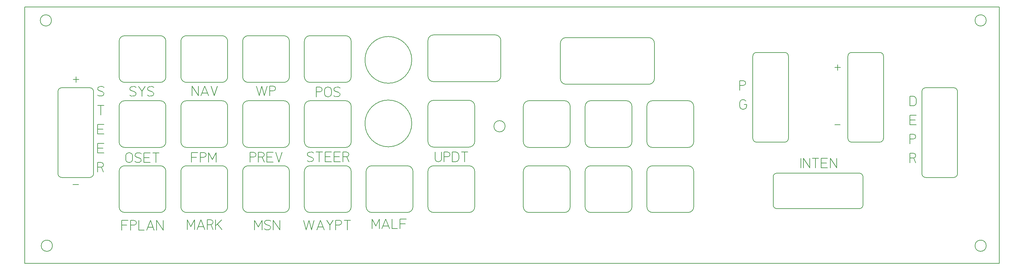
<source format=gbr>
G04 #@! TF.GenerationSoftware,KiCad,Pcbnew,(5.0.2)-1*
G04 #@! TF.CreationDate,2019-08-02T19:21:12-04:00*
G04 #@! TF.ProjectId,A-10C-UFC,412d3130-432d-4554-9643-2e6b69636164,1.2*
G04 #@! TF.SameCoordinates,Original*
G04 #@! TF.FileFunction,Drawing*
%FSLAX46Y46*%
G04 Gerber Fmt 4.6, Leading zero omitted, Abs format (unit mm)*
G04 Created by KiCad (PCBNEW (5.0.2)-1) date 8/2/2019 7:21:12 PM*
%MOMM*%
%LPD*%
G01*
G04 APERTURE LIST*
%ADD10C,0.200000*%
G04 APERTURE END LIST*
D10*
X96401000Y-99412000D02*
G75*
G02X97901000Y-100912000I0J-1500000D01*
G01*
X97901000Y-110412000D02*
X97901000Y-100912000D01*
X97901000Y-110412000D02*
G75*
G02X96401000Y-111912000I-1500000J0D01*
G01*
X86901000Y-111912000D02*
X96401000Y-111912000D01*
X86901000Y-111912000D02*
G75*
G02X85401000Y-110412000I0J1500000D01*
G01*
X261133000Y-110886000D02*
X283133000Y-110886000D01*
X261133000Y-110886000D02*
G75*
G02X260133000Y-109886000I0J1000000D01*
G01*
X260133000Y-102386000D02*
X260133000Y-109886000D01*
X260133000Y-102386000D02*
G75*
G02X261133000Y-101386000I1000000J0D01*
G01*
X283133000Y-101386000D02*
X261133000Y-101386000D01*
X283133000Y-101386000D02*
G75*
G02X284133000Y-102386000I0J-1000000D01*
G01*
X284133000Y-109886000D02*
X284133000Y-102386000D01*
X284133000Y-109886000D02*
G75*
G02X283133000Y-110886000I-1000000J0D01*
G01*
X280095000Y-70096000D02*
X280095000Y-92096000D01*
X280095000Y-70096000D02*
G75*
G02X281095000Y-69096000I1000000J0D01*
G01*
X288595000Y-69096000D02*
X281095000Y-69096000D01*
X288595000Y-69096000D02*
G75*
G02X289595000Y-70096000I0J-1000000D01*
G01*
X289595000Y-92096000D02*
X289595000Y-70096000D01*
X289595000Y-92096000D02*
G75*
G02X288595000Y-93096000I-1000000J0D01*
G01*
X281095000Y-93096000D02*
X288595000Y-93096000D01*
X281095000Y-93096000D02*
G75*
G02X280095000Y-92096000I0J1000000D01*
G01*
X254701000Y-70096000D02*
X254701000Y-92096000D01*
X254701000Y-70096000D02*
G75*
G02X255701000Y-69096000I1000000J0D01*
G01*
X263201000Y-69096000D02*
X255701000Y-69096000D01*
X263201000Y-69096000D02*
G75*
G02X264201000Y-70096000I0J-1000000D01*
G01*
X264201000Y-92096000D02*
X264201000Y-70096000D01*
X264201000Y-92096000D02*
G75*
G02X263201000Y-93096000I-1000000J0D01*
G01*
X255701000Y-93096000D02*
X263201000Y-93096000D01*
X255701000Y-93096000D02*
G75*
G02X254701000Y-92096000I0J1000000D01*
G01*
X299869000Y-79536000D02*
X299869000Y-101536000D01*
X299869000Y-79536000D02*
G75*
G02X300869000Y-78536000I1000000J0D01*
G01*
X308369000Y-78536000D02*
X300869000Y-78536000D01*
X308369000Y-78536000D02*
G75*
G02X309369000Y-79536000I0J-1000000D01*
G01*
X309369000Y-101536000D02*
X309369000Y-79536000D01*
X309369000Y-101536000D02*
G75*
G02X308369000Y-102536000I-1000000J0D01*
G01*
X300869000Y-102536000D02*
X308369000Y-102536000D01*
X300869000Y-102536000D02*
G75*
G02X299869000Y-101536000I0J1000000D01*
G01*
X163582000Y-88087000D02*
G75*
G03X163582000Y-88087000I-6250000J0D01*
G01*
X85401000Y-83514000D02*
X85401000Y-93014000D01*
X85401000Y-83514000D02*
G75*
G02X86901000Y-82014000I1500000J0D01*
G01*
X96401000Y-82014000D02*
X86901000Y-82014000D01*
X96401000Y-82014000D02*
G75*
G02X97901000Y-83514000I0J-1500000D01*
G01*
X97901000Y-93014000D02*
X97901000Y-83514000D01*
X97901000Y-93014000D02*
G75*
G02X96401000Y-94514000I-1500000J0D01*
G01*
X86901000Y-94514000D02*
X96401000Y-94514000D01*
X86901000Y-94514000D02*
G75*
G02X85401000Y-93014000I0J1500000D01*
G01*
X85401000Y-66117000D02*
X85401000Y-75617000D01*
X85401000Y-66117000D02*
G75*
G02X86901000Y-64617000I1500000J0D01*
G01*
X96401000Y-64617000D02*
X86901000Y-64617000D01*
X96401000Y-64617000D02*
G75*
G02X97901000Y-66117000I0J-1500000D01*
G01*
X97901000Y-75617000D02*
X97901000Y-66117000D01*
X97901000Y-75617000D02*
G75*
G02X96401000Y-77117000I-1500000J0D01*
G01*
X86901000Y-77117000D02*
X96401000Y-77117000D01*
X86901000Y-77117000D02*
G75*
G02X85401000Y-75617000I0J1500000D01*
G01*
X69068000Y-79536000D02*
X69068000Y-101536000D01*
X69068000Y-79536000D02*
G75*
G02X70068000Y-78536000I1000000J0D01*
G01*
X77568000Y-78536000D02*
X70068000Y-78536000D01*
X77568000Y-78536000D02*
G75*
G02X78568000Y-79536000I0J-1000000D01*
G01*
X78568000Y-101536000D02*
X78568000Y-79536000D01*
X78568000Y-101536000D02*
G75*
G02X77568000Y-102536000I-1000000J0D01*
G01*
X70068000Y-102536000D02*
X77568000Y-102536000D01*
X70068000Y-102536000D02*
G75*
G02X69068000Y-101536000I0J1000000D01*
G01*
X276563730Y-88404500D02*
X278044580Y-88404500D01*
X277365370Y-73840920D02*
X277365370Y-72360080D01*
X276624940Y-73100500D02*
X278105790Y-73100500D01*
X297638460Y-97339500D02*
X298208010Y-98621000D01*
X296641730Y-97339500D02*
X297638460Y-97339500D01*
X297581500Y-97339500D02*
X296641730Y-97339500D01*
X297581500Y-96057999D02*
G75*
G02X297581500Y-97339501I0J-640751D01*
G01*
X296641730Y-96058000D02*
X297581500Y-96058000D01*
X296641730Y-98621000D02*
X296641730Y-96058000D01*
X297581500Y-92259500D02*
X296641730Y-92259500D01*
X297581500Y-90978000D02*
G75*
G02X297581500Y-92259500I0J-640750D01*
G01*
X296641730Y-90978000D02*
X297581500Y-90978000D01*
X296641730Y-93541000D02*
X296641730Y-90978000D01*
X296641730Y-88462000D02*
X298350400Y-88462000D01*
X296641730Y-85899000D02*
X296641730Y-88462000D01*
X298350400Y-85899000D02*
X296641730Y-85899000D01*
X296641730Y-87180500D02*
X298065620Y-87180500D01*
X296641730Y-83382000D02*
X296641730Y-80819000D01*
X297524540Y-83382000D02*
X296641730Y-83382000D01*
X298350397Y-82527669D02*
G75*
G02X297524543Y-83381999I-824427J-29381D01*
G01*
X298350400Y-81673330D02*
X298350400Y-82527670D01*
X297524547Y-80819001D02*
G75*
G02X298350400Y-81673332I-33167J-858389D01*
G01*
X296641730Y-80819000D02*
X297524540Y-80819000D01*
X251199735Y-82580333D02*
G75*
G02X252822962Y-82096213I877635J20693D01*
G01*
X251199730Y-83434670D02*
X251199730Y-82580330D01*
X253022311Y-83434670D02*
G75*
G02X251199729Y-83434670I-911291J0D01*
G01*
X253022310Y-83007500D02*
X253022310Y-83434670D01*
X252395800Y-83007500D02*
X253022310Y-83007500D01*
X252137500Y-77927500D02*
X251197730Y-77927500D01*
X252137500Y-76646000D02*
G75*
G02X252137500Y-77927500I0J-640750D01*
G01*
X251197730Y-76646000D02*
X252137500Y-76646000D01*
X251197730Y-79209000D02*
X251197730Y-76646000D01*
X80653460Y-99805500D02*
X81223010Y-101087000D01*
X79656730Y-99805500D02*
X80653460Y-99805500D01*
X80596500Y-99805500D02*
X79656730Y-99805500D01*
X80596500Y-98524000D02*
G75*
G02X80596500Y-99805500I0J-640750D01*
G01*
X79656730Y-98524000D02*
X80596500Y-98524000D01*
X79656730Y-101087000D02*
X79656730Y-98524000D01*
X79656730Y-96008000D02*
X81365400Y-96008000D01*
X79656730Y-93445000D02*
X79656730Y-96008000D01*
X81365400Y-93445000D02*
X79656730Y-93445000D01*
X79656730Y-94726500D02*
X81080620Y-94726500D01*
X79656730Y-90928000D02*
X81365400Y-90928000D01*
X79656730Y-88365000D02*
X79656730Y-90928000D01*
X81365400Y-88365000D02*
X79656730Y-88365000D01*
X79656730Y-89646500D02*
X81080620Y-89646500D01*
X80511070Y-83286000D02*
X80511070Y-85849000D01*
X81365400Y-83286000D02*
X80511070Y-83286000D01*
X79656730Y-83286000D02*
X81365400Y-83286000D01*
X80067942Y-80769008D02*
G75*
G02X79669251Y-80512706I142858J660468D01*
G01*
X80865323Y-80740529D02*
G75*
G02X80067943Y-80769006I-454303J1542949D01*
G01*
X81264007Y-80455739D02*
G75*
G02X80865319Y-80740516I-618127J443909D01*
G01*
X81007709Y-79658358D02*
G75*
G02X81264010Y-80455743I-166969J-493552D01*
G01*
X80010990Y-79316630D02*
X81007710Y-79658370D01*
X80010992Y-79316642D02*
G75*
G02X79754689Y-78519258I166968J493552D01*
G01*
X79754692Y-78519262D02*
G75*
G02X80153380Y-78234485I618128J-443908D01*
G01*
X80153376Y-78234472D02*
G75*
G02X80950756Y-78205995I454304J-1542948D01*
G01*
X80950757Y-78205994D02*
G75*
G02X81349448Y-78462295I-142857J-660466D01*
G01*
X73095730Y-104414500D02*
X74576580Y-104414500D01*
X73898370Y-77055920D02*
X73898370Y-75575080D01*
X73157940Y-76315500D02*
X74638790Y-76315500D01*
X277080400Y-99972000D02*
X277080400Y-97409000D01*
X275371730Y-97409000D02*
X277080400Y-99972000D01*
X275371730Y-99972000D02*
X275371730Y-97409000D01*
X272979730Y-99972000D02*
X274688400Y-99972000D01*
X272979730Y-97409000D02*
X272979730Y-99972000D01*
X274688400Y-97409000D02*
X272979730Y-97409000D01*
X272979730Y-98690500D02*
X274403620Y-98690500D01*
X271442070Y-97409000D02*
X271442070Y-99972000D01*
X272296400Y-97409000D02*
X271442070Y-97409000D01*
X270587730Y-97409000D02*
X272296400Y-97409000D01*
X269904400Y-99972000D02*
X269904400Y-97409000D01*
X268195730Y-97409000D02*
X269904400Y-99972000D01*
X268195730Y-99972000D02*
X268195730Y-97409000D01*
X267512730Y-97409000D02*
X267512730Y-99972000D01*
X177690070Y-95747000D02*
X177690070Y-98310000D01*
X178544400Y-95747000D02*
X177690070Y-95747000D01*
X176835730Y-95747000D02*
X178544400Y-95747000D01*
X174443730Y-98309000D02*
X174443730Y-95746000D01*
X175326540Y-98309000D02*
X174443730Y-98309000D01*
X176152397Y-97454669D02*
G75*
G02X175326543Y-98308999I-824427J-29381D01*
G01*
X176152400Y-96600330D02*
X176152400Y-97454670D01*
X175326547Y-95746001D02*
G75*
G02X176152400Y-96600332I-33167J-858389D01*
G01*
X174443730Y-95746000D02*
X175326540Y-95746000D01*
X173162500Y-97027500D02*
X172222730Y-97027500D01*
X173162500Y-95746000D02*
G75*
G02X173162500Y-97027500I0J-640750D01*
G01*
X172222730Y-95746000D02*
X173162500Y-95746000D01*
X172222730Y-98309000D02*
X172222730Y-95746000D01*
X171539400Y-97511620D02*
X171539400Y-95746000D01*
X171539400Y-97511620D02*
G75*
G02X169830740Y-97511620I-854330J0D01*
G01*
X169830730Y-95746000D02*
X169830730Y-97511620D01*
X160423730Y-113662000D02*
X160423730Y-116225000D01*
X162132400Y-113662000D02*
X160423730Y-113662000D01*
X160423730Y-114943500D02*
X161847620Y-114943500D01*
X158316730Y-116225000D02*
X159740620Y-116225000D01*
X158316730Y-113662000D02*
X158316730Y-116225000D01*
X156637460Y-113662000D02*
X157634180Y-116225000D01*
X155640730Y-116225000D02*
X156637460Y-113662000D01*
X155925510Y-115513060D02*
X157349400Y-115513060D01*
X154958180Y-113662000D02*
X154958180Y-116225000D01*
X153961460Y-115513060D02*
X154958180Y-113662000D01*
X152964730Y-113662000D02*
X153961460Y-115513060D01*
X152964730Y-116225000D02*
X152964730Y-113662000D01*
X146355070Y-113968000D02*
X146355070Y-116531000D01*
X147209400Y-113968000D02*
X146355070Y-113968000D01*
X145500730Y-113968000D02*
X147209400Y-113968000D01*
X144219500Y-115249500D02*
X143279730Y-115249500D01*
X144219500Y-113968000D02*
G75*
G02X144219500Y-115249500I0J-640750D01*
G01*
X143279730Y-113968000D02*
X144219500Y-113968000D01*
X143279730Y-116531000D02*
X143279730Y-113968000D01*
X141742070Y-115249500D02*
X142596400Y-113968000D01*
X141742070Y-116531000D02*
X141742070Y-115249500D01*
X141742070Y-115249500D02*
X141742070Y-116531000D01*
X140887730Y-113968000D02*
X141742070Y-115249500D01*
X139208460Y-113968000D02*
X140205180Y-116531000D01*
X138211730Y-116531000D02*
X139208460Y-113968000D01*
X138496510Y-115819060D02*
X139920400Y-115819060D01*
X136816570Y-116531000D02*
X137528510Y-113968000D01*
X136104620Y-113968000D02*
X136816570Y-116531000D01*
X135392680Y-116531000D02*
X136104620Y-113968000D01*
X134680730Y-113968000D02*
X135392680Y-116531000D01*
X146198460Y-97027500D02*
X146768010Y-98309000D01*
X145201730Y-97027500D02*
X146198460Y-97027500D01*
X146141500Y-97027500D02*
X145201730Y-97027500D01*
X146141500Y-95746000D02*
G75*
G02X146141500Y-97027500I0J-640750D01*
G01*
X145201730Y-95746000D02*
X146141500Y-95746000D01*
X145201730Y-98309000D02*
X145201730Y-95746000D01*
X142809730Y-98309000D02*
X144518400Y-98309000D01*
X142809730Y-95746000D02*
X142809730Y-98309000D01*
X144518400Y-95746000D02*
X142809730Y-95746000D01*
X142809730Y-97027500D02*
X144233620Y-97027500D01*
X140417730Y-98309000D02*
X142126400Y-98309000D01*
X140417730Y-95746000D02*
X140417730Y-98309000D01*
X142126400Y-95746000D02*
X140417730Y-95746000D01*
X140417730Y-97027500D02*
X141841620Y-97027500D01*
X138880070Y-95746000D02*
X138880070Y-98309000D01*
X139734400Y-95746000D02*
X138880070Y-95746000D01*
X138025730Y-95746000D02*
X139734400Y-95746000D01*
X136060942Y-98309008D02*
G75*
G02X135662251Y-98052706I142858J660468D01*
G01*
X136858323Y-98280529D02*
G75*
G02X136060943Y-98309006I-454303J1542949D01*
G01*
X137257007Y-97995739D02*
G75*
G02X136858319Y-98280516I-618127J443909D01*
G01*
X137000709Y-97198358D02*
G75*
G02X137257010Y-97995743I-166969J-493552D01*
G01*
X136003990Y-96856630D02*
X137000710Y-97198370D01*
X136003992Y-96856642D02*
G75*
G02X135747689Y-96059258I166968J493552D01*
G01*
X135747692Y-96059262D02*
G75*
G02X136146380Y-95774485I618128J-443908D01*
G01*
X136146376Y-95774472D02*
G75*
G02X136943756Y-95745995I454304J-1542948D01*
G01*
X136943757Y-95745994D02*
G75*
G02X137342448Y-96002295I-142857J-660466D01*
G01*
X143164942Y-80944008D02*
G75*
G02X142766251Y-80687706I142858J660468D01*
G01*
X143962323Y-80915529D02*
G75*
G02X143164943Y-80944006I-454303J1542949D01*
G01*
X144361007Y-80630739D02*
G75*
G02X143962319Y-80915516I-618127J443909D01*
G01*
X144104709Y-79833358D02*
G75*
G02X144361010Y-80630743I-166969J-493552D01*
G01*
X143107990Y-79491630D02*
X144104710Y-79833370D01*
X143107992Y-79491642D02*
G75*
G02X142851689Y-78694258I166968J493552D01*
G01*
X142851692Y-78694262D02*
G75*
G02X143250380Y-78409485I618128J-443908D01*
G01*
X143250376Y-78409472D02*
G75*
G02X144047756Y-78380995I454304J-1542948D01*
G01*
X144047757Y-78380994D02*
G75*
G02X144446448Y-78637295I-142857J-660466D01*
G01*
X140288730Y-79235330D02*
X140288730Y-80089670D01*
X140288730Y-79235330D02*
G75*
G02X142111310Y-79235330I911290J0D01*
G01*
X142111310Y-80089670D02*
X142111310Y-79235330D01*
X142111310Y-80089670D02*
G75*
G02X140288730Y-80089670I-911290J0D01*
G01*
X139007500Y-79662500D02*
X138067730Y-79662500D01*
X139007500Y-78381000D02*
G75*
G02X139007500Y-79662500I0J-640750D01*
G01*
X138067730Y-78381000D02*
X139007500Y-78381000D01*
X138067730Y-80944000D02*
X138067730Y-78381000D01*
X128310400Y-116531000D02*
X128310400Y-113968000D01*
X126601729Y-113968000D02*
X128310400Y-116531000D01*
X126601729Y-116531000D02*
X126601729Y-113968000D01*
X124636942Y-116531008D02*
G75*
G02X124238251Y-116274706I142858J660468D01*
G01*
X125434323Y-116502529D02*
G75*
G02X124636943Y-116531006I-454303J1542949D01*
G01*
X125833007Y-116217739D02*
G75*
G02X125434319Y-116502516I-618127J443909D01*
G01*
X125576709Y-115420358D02*
G75*
G02X125833010Y-116217743I-166969J-493552D01*
G01*
X124579990Y-115078630D02*
X125576710Y-115420370D01*
X124579991Y-115078641D02*
G75*
G02X124323689Y-114281258I166968J493551D01*
G01*
X124323692Y-114281262D02*
G75*
G02X124722380Y-113996485I618128J-443908D01*
G01*
X124722376Y-113996472D02*
G75*
G02X125519756Y-113967995I454304J-1542948D01*
G01*
X125519757Y-113967994D02*
G75*
G02X125918448Y-114224295I-142857J-660466D01*
G01*
X123584180Y-113968000D02*
X123584180Y-116531000D01*
X122587460Y-115819060D02*
X123584180Y-113968000D01*
X121590730Y-113968000D02*
X122587460Y-115819060D01*
X121590730Y-116531000D02*
X121590730Y-113968000D01*
X128085070Y-98390000D02*
X128939400Y-95827000D01*
X127230730Y-95827000D02*
X128085070Y-98390000D01*
X124838730Y-98390000D02*
X126547400Y-98390000D01*
X124838730Y-95827000D02*
X124838730Y-98390000D01*
X126547400Y-95827000D02*
X124838730Y-95827000D01*
X124838730Y-97108500D02*
X126262620Y-97108500D01*
X123614460Y-97108500D02*
X124184010Y-98390000D01*
X122617730Y-97108500D02*
X123614460Y-97108500D01*
X123557500Y-97108500D02*
X122617730Y-97108500D01*
X123557500Y-95827000D02*
G75*
G02X123557500Y-97108500I0J-640750D01*
G01*
X122617730Y-95827000D02*
X123557500Y-95827000D01*
X122617730Y-98390000D02*
X122617730Y-95827000D01*
X121336500Y-97108500D02*
X120396730Y-97108500D01*
X121336500Y-95827000D02*
G75*
G02X121336500Y-97108500I0J-640750D01*
G01*
X120396730Y-95827000D02*
X121336500Y-95827000D01*
X120396730Y-98390000D02*
X120396730Y-95827000D01*
X126561500Y-79386500D02*
X125621730Y-79386500D01*
X126561500Y-78105000D02*
G75*
G02X126561500Y-79386500I0J-640750D01*
G01*
X125621730Y-78105000D02*
X126561500Y-78105000D01*
X125621730Y-80668000D02*
X125621730Y-78105000D01*
X124226570Y-80668000D02*
X124938510Y-78105000D01*
X123514620Y-78105000D02*
X124226570Y-80668000D01*
X122802680Y-80668000D02*
X123514620Y-78105000D01*
X122090730Y-78105000D02*
X122802680Y-80668000D01*
X111638860Y-115006110D02*
X112863400Y-113867000D01*
X112863400Y-116430000D02*
X111638860Y-115006110D01*
X111638860Y-115006110D02*
X112863400Y-116430000D01*
X111154730Y-115461760D02*
X111638860Y-115006110D01*
X111154730Y-116430000D02*
X111154730Y-115461760D01*
X111154730Y-113867000D02*
X111154730Y-116430000D01*
X109930460Y-115148500D02*
X110500010Y-116430000D01*
X108933730Y-115148500D02*
X109930460Y-115148500D01*
X109873500Y-115148500D02*
X108933730Y-115148500D01*
X109873500Y-113866999D02*
G75*
G02X109873500Y-115148501I0J-640751D01*
G01*
X108933730Y-113867000D02*
X109873500Y-113867000D01*
X108933730Y-116430000D02*
X108933730Y-113867000D01*
X107254460Y-113867000D02*
X108251180Y-116430000D01*
X106257730Y-116430000D02*
X107254460Y-113867000D01*
X106542510Y-115718060D02*
X107966400Y-115718060D01*
X105575180Y-113867000D02*
X105575180Y-116430000D01*
X104578460Y-115718060D02*
X105575180Y-113867000D01*
X103581730Y-113867000D02*
X104578460Y-115718060D01*
X103581730Y-116430000D02*
X103581730Y-113867000D01*
X111301180Y-95858000D02*
X111301180Y-98421000D01*
X110304460Y-97709060D02*
X111301180Y-95858000D01*
X109307730Y-95858000D02*
X110304460Y-97709060D01*
X109307730Y-98421000D02*
X109307730Y-95858000D01*
X108026500Y-97139500D02*
X107086730Y-97139500D01*
X108026500Y-95858000D02*
G75*
G02X108026500Y-97139500I0J-640750D01*
G01*
X107086730Y-95858000D02*
X108026500Y-95858000D01*
X107086730Y-98421000D02*
X107086730Y-95858000D01*
X104694730Y-95858000D02*
X104694730Y-98421000D01*
X106403400Y-95858000D02*
X104694730Y-95858000D01*
X104694730Y-97139500D02*
X106118620Y-97139500D01*
X110810070Y-80648000D02*
X111664400Y-78085000D01*
X109955730Y-78085000D02*
X110810070Y-80648000D01*
X108276460Y-78085000D02*
X109273180Y-80648000D01*
X107279730Y-80648000D02*
X108276460Y-78085000D01*
X107564510Y-79936060D02*
X108988400Y-79936060D01*
X106596400Y-80648000D02*
X106596400Y-78085000D01*
X104887730Y-78085000D02*
X106596400Y-80648000D01*
X104887730Y-80648000D02*
X104887730Y-78085000D01*
X93385942Y-80780008D02*
G75*
G02X92987251Y-80523706I142858J660468D01*
G01*
X94183323Y-80751528D02*
G75*
G02X93385943Y-80780006I-454304J1542948D01*
G01*
X94582007Y-80466739D02*
G75*
G02X94183319Y-80751516I-618127J443909D01*
G01*
X94325709Y-79669358D02*
G75*
G02X94582010Y-80466743I-166969J-493552D01*
G01*
X93328989Y-79327630D02*
X94325710Y-79669370D01*
X93328992Y-79327642D02*
G75*
G02X93072689Y-78530258I166968J493552D01*
G01*
X93072692Y-78530262D02*
G75*
G02X93471380Y-78245485I618128J-443908D01*
G01*
X93471376Y-78245472D02*
G75*
G02X94268756Y-78216995I454304J-1542948D01*
G01*
X94268757Y-78216994D02*
G75*
G02X94667448Y-78473295I-142857J-660466D01*
G01*
X91478070Y-79498500D02*
X92332400Y-78217000D01*
X91478070Y-80780000D02*
X91478070Y-79498500D01*
X91478070Y-79498500D02*
X91478070Y-80780000D01*
X90623730Y-78217000D02*
X91478070Y-79498500D01*
X88658942Y-80780008D02*
G75*
G02X88260251Y-80523706I142858J660468D01*
G01*
X89456323Y-80751529D02*
G75*
G02X88658943Y-80780006I-454303J1542949D01*
G01*
X89855007Y-80466739D02*
G75*
G02X89456319Y-80751516I-618127J443909D01*
G01*
X89598709Y-79669358D02*
G75*
G02X89855010Y-80466743I-166969J-493552D01*
G01*
X88601990Y-79327630D02*
X89598710Y-79669370D01*
X88601992Y-79327642D02*
G75*
G02X88345689Y-78530258I166968J493552D01*
G01*
X88345692Y-78530262D02*
G75*
G02X88744380Y-78245485I618128J-443908D01*
G01*
X88744376Y-78245472D02*
G75*
G02X89541756Y-78216995I454304J-1542948D01*
G01*
X89541757Y-78216994D02*
G75*
G02X89940448Y-78473295I-142857J-660466D01*
G01*
X95254070Y-95950000D02*
X95254070Y-98513000D01*
X96108400Y-95950000D02*
X95254070Y-95950000D01*
X94399730Y-95950000D02*
X96108400Y-95950000D01*
X92007730Y-98513000D02*
X93716400Y-98513000D01*
X92007730Y-95950000D02*
X92007730Y-98513000D01*
X93716400Y-95950000D02*
X92007730Y-95950000D01*
X92007730Y-97231500D02*
X93431620Y-97231500D01*
X90042942Y-98513008D02*
G75*
G02X89644251Y-98256706I142858J660468D01*
G01*
X90840323Y-98484529D02*
G75*
G02X90042943Y-98513006I-454303J1542949D01*
G01*
X91239007Y-98199739D02*
G75*
G02X90840319Y-98484516I-618127J443909D01*
G01*
X90982709Y-97402358D02*
G75*
G02X91239010Y-98199743I-166969J-493552D01*
G01*
X89985990Y-97060630D02*
X90982710Y-97402370D01*
X89985992Y-97060642D02*
G75*
G02X89729689Y-96263258I166968J493552D01*
G01*
X89729692Y-96263262D02*
G75*
G02X90128380Y-95978485I618128J-443908D01*
G01*
X90128376Y-95978472D02*
G75*
G02X90925756Y-95949995I454304J-1542948D01*
G01*
X90925757Y-95949994D02*
G75*
G02X91324448Y-96206295I-142857J-660466D01*
G01*
X87166730Y-96804330D02*
X87166730Y-97658670D01*
X87166730Y-96804330D02*
G75*
G02X88989310Y-96804330I911290J0D01*
G01*
X88989310Y-97658670D02*
X88989310Y-96804330D01*
X88989311Y-97658670D02*
G75*
G02X87166729Y-97658670I-911291J0D01*
G01*
X97158400Y-116593000D02*
X97158400Y-114030000D01*
X95449730Y-114030000D02*
X97158400Y-116593000D01*
X95449730Y-116593000D02*
X95449730Y-114030000D01*
X93770460Y-114030000D02*
X94767180Y-116593000D01*
X92773730Y-116593000D02*
X93770460Y-114030000D01*
X93058509Y-115881060D02*
X94482400Y-115881060D01*
X90666730Y-116593000D02*
X92090620Y-116593000D01*
X90666730Y-114030000D02*
X90666730Y-116593000D01*
X89385500Y-115311500D02*
X88445730Y-115311500D01*
X89385500Y-114029999D02*
G75*
G02X89385500Y-115311501I0J-640751D01*
G01*
X88445730Y-114030000D02*
X89385500Y-114030000D01*
X88445730Y-116593000D02*
X88445730Y-114030000D01*
X86053730Y-114030000D02*
X86053730Y-116593000D01*
X87762400Y-114030000D02*
X86053730Y-114030000D01*
X86053730Y-115311500D02*
X87477620Y-115311500D01*
X60198000Y-56896000D02*
X320548000Y-56896000D01*
X60198000Y-125476000D02*
X60198000Y-56896000D01*
X320548000Y-125476000D02*
X60198000Y-125476000D01*
X317053000Y-120800000D02*
G75*
G03X317053000Y-120800000I-1500000J0D01*
G01*
X317053000Y-60533000D02*
G75*
G03X317053000Y-60533000I-1500000J0D01*
G01*
X67595000Y-120800000D02*
G75*
G03X67595000Y-120800000I-1500000J0D01*
G01*
X67335000Y-60533000D02*
G75*
G03X67335000Y-60533000I-1500000J0D01*
G01*
X188525000Y-88848000D02*
G75*
G03X188525000Y-88848000I-1500000J0D01*
G01*
X203296500Y-66626000D02*
X203296500Y-76126000D01*
X203296500Y-66626000D02*
G75*
G02X204796500Y-65126000I1500000J0D01*
G01*
X226897500Y-65126000D02*
X204796500Y-65126000D01*
X226897500Y-65126000D02*
G75*
G02X228397500Y-66626000I0J-1500000D01*
G01*
X228397500Y-76126000D02*
X228397500Y-66626000D01*
X228397500Y-76126000D02*
G75*
G02X226897500Y-77626000I-1500000J0D01*
G01*
X204796500Y-77626000D02*
X226897500Y-77626000D01*
X204796500Y-77626000D02*
G75*
G02X203296500Y-76126000I0J1500000D01*
G01*
X167901500Y-65912000D02*
X167901500Y-75412000D01*
X167901500Y-65912000D02*
G75*
G02X169401500Y-64412000I1500000J0D01*
G01*
X185880500Y-64412000D02*
X169401500Y-64412000D01*
X185880500Y-64412000D02*
G75*
G02X187380500Y-65912000I0J-1500000D01*
G01*
X187380500Y-75412000D02*
X187380500Y-65912000D01*
X187380500Y-75412000D02*
G75*
G02X185880500Y-76912000I-1500000J0D01*
G01*
X169401500Y-76912000D02*
X185880500Y-76912000D01*
X169401500Y-76912000D02*
G75*
G02X167901500Y-75412000I0J1500000D01*
G01*
X167901000Y-83412000D02*
X167901000Y-92912000D01*
X167901000Y-83412000D02*
G75*
G02X169401000Y-81912000I1500000J0D01*
G01*
X178901000Y-81912000D02*
X169401000Y-81912000D01*
X178901000Y-81912000D02*
G75*
G02X180401000Y-83412000I0J-1500000D01*
G01*
X180401000Y-92912000D02*
X180401000Y-83412000D01*
X180401000Y-92912000D02*
G75*
G02X178901000Y-94412000I-1500000J0D01*
G01*
X169401000Y-94412000D02*
X178901000Y-94412000D01*
X169401000Y-94412000D02*
G75*
G02X167901000Y-92912000I0J1500000D01*
G01*
X226401000Y-100912000D02*
X226401000Y-110412000D01*
X226401000Y-100912000D02*
G75*
G02X227901000Y-99412000I1500000J0D01*
G01*
X237401000Y-99412000D02*
X227901000Y-99412000D01*
X237401000Y-99412000D02*
G75*
G02X238901000Y-100912000I0J-1500000D01*
G01*
X238901000Y-110412000D02*
X238901000Y-100912000D01*
X238901000Y-110412000D02*
G75*
G02X237401000Y-111912000I-1500000J0D01*
G01*
X227901000Y-111912000D02*
X237401000Y-111912000D01*
X227901000Y-111912000D02*
G75*
G02X226401000Y-110412000I0J1500000D01*
G01*
X226401000Y-83514000D02*
X226401000Y-93014000D01*
X226401000Y-83514000D02*
G75*
G02X227901000Y-82014000I1500000J0D01*
G01*
X237401000Y-82014000D02*
X227901000Y-82014000D01*
X237401000Y-82014000D02*
G75*
G02X238901000Y-83514000I0J-1500000D01*
G01*
X238901000Y-93014000D02*
X238901000Y-83514000D01*
X238901000Y-93014000D02*
G75*
G02X237401000Y-94514000I-1500000J0D01*
G01*
X227901000Y-94514000D02*
X237401000Y-94514000D01*
X227901000Y-94514000D02*
G75*
G02X226401000Y-93014000I0J1500000D01*
G01*
X209901000Y-100912000D02*
X209901000Y-110412000D01*
X209901000Y-100912000D02*
G75*
G02X211401000Y-99412000I1500000J0D01*
G01*
X220901000Y-99412000D02*
X211401000Y-99412000D01*
X220901000Y-99412000D02*
G75*
G02X222401000Y-100912000I0J-1500000D01*
G01*
X222401000Y-110412000D02*
X222401000Y-100912000D01*
X222401000Y-110412000D02*
G75*
G02X220901000Y-111912000I-1500000J0D01*
G01*
X211401000Y-111912000D02*
X220901000Y-111912000D01*
X211401000Y-111912000D02*
G75*
G02X209901000Y-110412000I0J1500000D01*
G01*
X209901000Y-83514000D02*
X209901000Y-93014000D01*
X209901000Y-83514000D02*
G75*
G02X211401000Y-82014000I1500000J0D01*
G01*
X220901000Y-82014000D02*
X211401000Y-82014000D01*
X220901000Y-82014000D02*
G75*
G02X222401000Y-83514000I0J-1500000D01*
G01*
X222401000Y-93014000D02*
X222401000Y-83514000D01*
X222401000Y-93014000D02*
G75*
G02X220901000Y-94514000I-1500000J0D01*
G01*
X211401000Y-94514000D02*
X220901000Y-94514000D01*
X211401000Y-94514000D02*
G75*
G02X209901000Y-93014000I0J1500000D01*
G01*
X193401000Y-100912000D02*
X193401000Y-110412000D01*
X193401000Y-100912000D02*
G75*
G02X194901000Y-99412000I1500000J0D01*
G01*
X204401000Y-99412000D02*
X194901000Y-99412000D01*
X204401000Y-99412000D02*
G75*
G02X205901000Y-100912000I0J-1500000D01*
G01*
X205901000Y-110412000D02*
X205901000Y-100912000D01*
X205901000Y-110412000D02*
G75*
G02X204401000Y-111912000I-1500000J0D01*
G01*
X194901000Y-111912000D02*
X204401000Y-111912000D01*
X194901000Y-111912000D02*
G75*
G02X193401000Y-110412000I0J1500000D01*
G01*
X193401000Y-83514000D02*
X193401000Y-93014000D01*
X193401000Y-83514000D02*
G75*
G02X194901000Y-82014000I1500000J0D01*
G01*
X204401000Y-82014000D02*
X194901000Y-82014000D01*
X204401000Y-82014000D02*
G75*
G02X205901000Y-83514000I0J-1500000D01*
G01*
X205901000Y-93014000D02*
X205901000Y-83514000D01*
X205901000Y-93014000D02*
G75*
G02X204401000Y-94514000I-1500000J0D01*
G01*
X194901000Y-94514000D02*
X204401000Y-94514000D01*
X194901000Y-94514000D02*
G75*
G02X193401000Y-93014000I0J1500000D01*
G01*
X163582000Y-71087000D02*
G75*
G03X163582000Y-71087000I-6250000J0D01*
G01*
X167901000Y-100912000D02*
X167901000Y-110412000D01*
X167901000Y-100912000D02*
G75*
G02X169401000Y-99412000I1500000J0D01*
G01*
X178901000Y-99412000D02*
X169401000Y-99412000D01*
X178901000Y-99412000D02*
G75*
G02X180401000Y-100912000I0J-1500000D01*
G01*
X180401000Y-110412000D02*
X180401000Y-100912000D01*
X180401000Y-110412000D02*
G75*
G02X178901000Y-111912000I-1500000J0D01*
G01*
X169401000Y-111912000D02*
X178901000Y-111912000D01*
X169401000Y-111912000D02*
G75*
G02X167901000Y-110412000I0J1500000D01*
G01*
X151401000Y-100912000D02*
X151401000Y-110412000D01*
X151401000Y-100912000D02*
G75*
G02X152901000Y-99412000I1500000J0D01*
G01*
X162401000Y-99412000D02*
X152901000Y-99412000D01*
X162401000Y-99412000D02*
G75*
G02X163901000Y-100912000I0J-1500000D01*
G01*
X163901000Y-110412000D02*
X163901000Y-100912000D01*
X163901000Y-110412000D02*
G75*
G02X162401000Y-111912000I-1500000J0D01*
G01*
X152901000Y-111912000D02*
X162401000Y-111912000D01*
X152901000Y-111912000D02*
G75*
G02X151401000Y-110412000I0J1500000D01*
G01*
X134901000Y-100912000D02*
X134901000Y-110412000D01*
X134901000Y-100912000D02*
G75*
G02X136401000Y-99412000I1500000J0D01*
G01*
X145901000Y-99412000D02*
X136401000Y-99412000D01*
X145901000Y-99412000D02*
G75*
G02X147401000Y-100912000I0J-1500000D01*
G01*
X147401000Y-110412000D02*
X147401000Y-100912000D01*
X147401000Y-110412000D02*
G75*
G02X145901000Y-111912000I-1500000J0D01*
G01*
X136401000Y-111912000D02*
X145901000Y-111912000D01*
X136401000Y-111912000D02*
G75*
G02X134901000Y-110412000I0J1500000D01*
G01*
X134901000Y-83514000D02*
X134901000Y-93014000D01*
X134901000Y-83514000D02*
G75*
G02X136401000Y-82014000I1500000J0D01*
G01*
X145901000Y-82014000D02*
X136401000Y-82014000D01*
X145901000Y-82014000D02*
G75*
G02X147401000Y-83514000I0J-1500000D01*
G01*
X147401000Y-93014000D02*
X147401000Y-83514000D01*
X147401000Y-93014000D02*
G75*
G02X145901000Y-94514000I-1500000J0D01*
G01*
X136401000Y-94514000D02*
X145901000Y-94514000D01*
X136401000Y-94514000D02*
G75*
G02X134901000Y-93014000I0J1500000D01*
G01*
X134901000Y-66117000D02*
X134901000Y-75617000D01*
X134901000Y-66117000D02*
G75*
G02X136401000Y-64617000I1500000J0D01*
G01*
X145901000Y-64617000D02*
X136401000Y-64617000D01*
X145901000Y-64617000D02*
G75*
G02X147401000Y-66117000I0J-1500000D01*
G01*
X147401000Y-75617000D02*
X147401000Y-66117000D01*
X147401000Y-75617000D02*
G75*
G02X145901000Y-77117000I-1500000J0D01*
G01*
X136401000Y-77117000D02*
X145901000Y-77117000D01*
X136401000Y-77117000D02*
G75*
G02X134901000Y-75617000I0J1500000D01*
G01*
X118401000Y-100912000D02*
X118401000Y-110412000D01*
X118401000Y-100912000D02*
G75*
G02X119901000Y-99412000I1500000J0D01*
G01*
X129401000Y-99412000D02*
X119901000Y-99412000D01*
X129401000Y-99412000D02*
G75*
G02X130901000Y-100912000I0J-1500000D01*
G01*
X130901000Y-110412000D02*
X130901000Y-100912000D01*
X130901000Y-110412000D02*
G75*
G02X129401000Y-111912000I-1500000J0D01*
G01*
X119901000Y-111912000D02*
X129401000Y-111912000D01*
X119901000Y-111912000D02*
G75*
G02X118401000Y-110412000I0J1500000D01*
G01*
X118401000Y-83514000D02*
X118401000Y-93014000D01*
X118401000Y-83514000D02*
G75*
G02X119901000Y-82014000I1500000J0D01*
G01*
X129401000Y-82014000D02*
X119901000Y-82014000D01*
X129401000Y-82014000D02*
G75*
G02X130901000Y-83514000I0J-1500000D01*
G01*
X130901000Y-93014000D02*
X130901000Y-83514000D01*
X130901000Y-93014000D02*
G75*
G02X129401000Y-94514000I-1500000J0D01*
G01*
X119901000Y-94514000D02*
X129401000Y-94514000D01*
X119901000Y-94514000D02*
G75*
G02X118401000Y-93014000I0J1500000D01*
G01*
X118401000Y-66117000D02*
X118401000Y-75617000D01*
X118401000Y-66117000D02*
G75*
G02X119901000Y-64617000I1500000J0D01*
G01*
X129401000Y-64617000D02*
X119901000Y-64617000D01*
X129401000Y-64617000D02*
G75*
G02X130901000Y-66117000I0J-1500000D01*
G01*
X130901000Y-75617000D02*
X130901000Y-66117000D01*
X130901000Y-75617000D02*
G75*
G02X129401000Y-77117000I-1500000J0D01*
G01*
X119901000Y-77117000D02*
X129401000Y-77117000D01*
X119901000Y-77117000D02*
G75*
G02X118401000Y-75617000I0J1500000D01*
G01*
X101901000Y-100912000D02*
X101901000Y-110412000D01*
X101901000Y-100912000D02*
G75*
G02X103401000Y-99412000I1500000J0D01*
G01*
X112901000Y-99412000D02*
X103401000Y-99412000D01*
X112901000Y-99412000D02*
G75*
G02X114401000Y-100912000I0J-1500000D01*
G01*
X114401000Y-110412000D02*
X114401000Y-100912000D01*
X114401000Y-110412000D02*
G75*
G02X112901000Y-111912000I-1500000J0D01*
G01*
X103401000Y-111912000D02*
X112901000Y-111912000D01*
X103401000Y-111912000D02*
G75*
G02X101901000Y-110412000I0J1500000D01*
G01*
X101901000Y-83514000D02*
X101901000Y-93014000D01*
X101901000Y-83514000D02*
G75*
G02X103401000Y-82014000I1500000J0D01*
G01*
X112901000Y-82014000D02*
X103401000Y-82014000D01*
X112901000Y-82014000D02*
G75*
G02X114401000Y-83514000I0J-1500000D01*
G01*
X114401000Y-93014000D02*
X114401000Y-83514000D01*
X114401000Y-93014000D02*
G75*
G02X112901000Y-94514000I-1500000J0D01*
G01*
X103401000Y-94514000D02*
X112901000Y-94514000D01*
X103401000Y-94514000D02*
G75*
G02X101901000Y-93014000I0J1500000D01*
G01*
X101901000Y-66117000D02*
X101901000Y-75617000D01*
X101901000Y-66117000D02*
G75*
G02X103401000Y-64617000I1500000J0D01*
G01*
X112901000Y-64617000D02*
X103401000Y-64617000D01*
X112901000Y-64617000D02*
G75*
G02X114401000Y-66117000I0J-1500000D01*
G01*
X114401000Y-75617000D02*
X114401000Y-66117000D01*
X114401000Y-75617000D02*
G75*
G02X112901000Y-77117000I-1500000J0D01*
G01*
X103401000Y-77117000D02*
X112901000Y-77117000D01*
X103401000Y-77117000D02*
G75*
G02X101901000Y-75617000I0J1500000D01*
G01*
X85401000Y-100912000D02*
X85401000Y-110412000D01*
X85401000Y-100912000D02*
G75*
G02X86901000Y-99412000I1500000J0D01*
G01*
X96401000Y-99412000D02*
X86901000Y-99412000D01*
X320548000Y-56896000D02*
X320548000Y-125476000D01*
M02*

</source>
